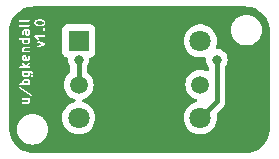
<source format=gtl>
G04 #@! TF.GenerationSoftware,KiCad,Pcbnew,7.0.7*
G04 #@! TF.CreationDate,2023-09-18T19:37:29-04:00*
G04 #@! TF.ProjectId,Nav Switch Mount,4e617620-5377-4697-9463-68204d6f756e,rev?*
G04 #@! TF.SameCoordinates,Original*
G04 #@! TF.FileFunction,Copper,L1,Top*
G04 #@! TF.FilePolarity,Positive*
%FSLAX46Y46*%
G04 Gerber Fmt 4.6, Leading zero omitted, Abs format (unit mm)*
G04 Created by KiCad (PCBNEW 7.0.7) date 2023-09-18 19:37:29*
%MOMM*%
%LPD*%
G01*
G04 APERTURE LIST*
%ADD10C,0.150000*%
G04 #@! TA.AperFunction,ComponentPad*
%ADD11R,1.800000X1.800000*%
G04 #@! TD*
G04 #@! TA.AperFunction,ComponentPad*
%ADD12C,1.508000*%
G04 #@! TD*
G04 #@! TA.AperFunction,ComponentPad*
%ADD13C,1.800000*%
G04 #@! TD*
G04 #@! TA.AperFunction,ViaPad*
%ADD14C,0.800000*%
G04 #@! TD*
G04 #@! TA.AperFunction,Conductor*
%ADD15C,0.400000*%
G04 #@! TD*
G04 APERTURE END LIST*
D10*
G36*
X149597677Y-52117468D02*
G01*
X149618561Y-52138351D01*
X149643295Y-52187819D01*
X149643295Y-52304791D01*
X149633848Y-52323686D01*
X149269409Y-52323686D01*
X149259961Y-52304790D01*
X149259961Y-52187820D01*
X149284696Y-52138350D01*
X149305579Y-52117467D01*
X149355047Y-52092734D01*
X149548209Y-52092734D01*
X149597677Y-52117468D01*
G37*
G36*
X149643295Y-51425914D02*
G01*
X149643295Y-51542886D01*
X149618561Y-51592353D01*
X149597676Y-51613237D01*
X149548208Y-51637972D01*
X149355048Y-51637972D01*
X149305578Y-51613236D01*
X149284695Y-51592353D01*
X149259961Y-51542885D01*
X149259961Y-51425915D01*
X149269409Y-51407019D01*
X149633847Y-51407019D01*
X149643295Y-51425914D01*
G37*
G36*
X149360142Y-50266543D02*
G01*
X149316953Y-50266543D01*
X149278957Y-50247544D01*
X149259961Y-50209551D01*
X149259961Y-50092581D01*
X149278958Y-50054586D01*
X149314224Y-50036953D01*
X149360142Y-50266543D01*
G37*
G36*
X149643295Y-48644961D02*
G01*
X149643295Y-48761933D01*
X149618561Y-48811400D01*
X149597676Y-48832284D01*
X149548208Y-48857019D01*
X149355048Y-48857019D01*
X149305578Y-48832283D01*
X149284695Y-48811400D01*
X149259961Y-48761932D01*
X149259961Y-48644962D01*
X149269409Y-48626066D01*
X149633847Y-48626066D01*
X149643295Y-48644961D01*
G37*
G36*
X149643295Y-47921151D02*
G01*
X149643295Y-48076217D01*
X149624298Y-48114211D01*
X149586304Y-48133209D01*
X149545524Y-48133209D01*
X149507529Y-48114211D01*
X149488533Y-48076218D01*
X149488533Y-47903447D01*
X149488100Y-47902256D01*
X149633847Y-47902256D01*
X149643295Y-47921151D01*
G37*
G36*
X150827738Y-47059924D02*
G01*
X150885677Y-47088894D01*
X150906561Y-47109777D01*
X150931295Y-47159245D01*
X150931295Y-47200026D01*
X150906561Y-47249494D01*
X150885677Y-47270377D01*
X150827737Y-47299347D01*
X150692298Y-47333208D01*
X150520292Y-47333208D01*
X150384850Y-47299347D01*
X150326911Y-47270377D01*
X150306029Y-47249495D01*
X150281295Y-47200026D01*
X150281295Y-47159245D01*
X150306029Y-47109776D01*
X150326911Y-47088894D01*
X150384851Y-47059924D01*
X150520291Y-47026065D01*
X150692299Y-47026065D01*
X150827738Y-47059924D01*
G37*
G36*
X151195581Y-54149877D02*
G01*
X148691069Y-54149877D01*
X148691069Y-53947567D01*
X149111100Y-53947567D01*
X149120009Y-53998091D01*
X149159309Y-54031068D01*
X149184961Y-54035591D01*
X149604009Y-54035591D01*
X149608221Y-54034057D01*
X149612583Y-54035100D01*
X149637550Y-54027673D01*
X149713741Y-53989578D01*
X149721460Y-53981424D01*
X149731765Y-53976958D01*
X149747282Y-53956037D01*
X149785377Y-53879847D01*
X149785889Y-53875393D01*
X149788772Y-53871958D01*
X149793295Y-53846306D01*
X149793295Y-53732020D01*
X149791761Y-53727807D01*
X149792804Y-53723446D01*
X149785377Y-53698479D01*
X149770377Y-53668478D01*
X149792156Y-53630758D01*
X149783247Y-53580234D01*
X149743947Y-53547257D01*
X149718295Y-53542734D01*
X149184961Y-53542734D01*
X149136752Y-53560281D01*
X149111100Y-53604710D01*
X149120009Y-53655234D01*
X149159309Y-53688211D01*
X149184961Y-53692734D01*
X149611039Y-53692734D01*
X149618561Y-53700256D01*
X149643295Y-53749724D01*
X149643295Y-53828600D01*
X149624298Y-53866594D01*
X149586304Y-53885591D01*
X149184961Y-53885591D01*
X149136752Y-53903138D01*
X149111100Y-53947567D01*
X148691069Y-53947567D01*
X148691069Y-52660526D01*
X148805355Y-52660526D01*
X148819763Y-52709764D01*
X148838597Y-52727757D01*
X149867168Y-53413470D01*
X149917014Y-53425612D01*
X149963002Y-53402874D01*
X149983615Y-53355894D01*
X149969208Y-53306655D01*
X149950373Y-53288663D01*
X148921803Y-52602949D01*
X148871957Y-52590808D01*
X148825968Y-52613546D01*
X148805355Y-52660526D01*
X148691069Y-52660526D01*
X148691069Y-52385662D01*
X148844434Y-52385662D01*
X148853343Y-52436186D01*
X148892643Y-52469163D01*
X148918295Y-52473686D01*
X149718295Y-52473686D01*
X149766504Y-52456139D01*
X149792156Y-52411710D01*
X149783247Y-52361186D01*
X149782933Y-52360923D01*
X149785377Y-52356037D01*
X149785889Y-52351583D01*
X149788772Y-52348148D01*
X149793295Y-52322496D01*
X149793295Y-52170115D01*
X149791761Y-52165902D01*
X149792804Y-52161541D01*
X149785377Y-52136574D01*
X149747282Y-52060383D01*
X149746094Y-52059258D01*
X149733232Y-52040890D01*
X149695136Y-52002795D01*
X149693653Y-52002103D01*
X149675645Y-51988747D01*
X149599455Y-51950652D01*
X149595001Y-51950139D01*
X149591566Y-51947257D01*
X149565914Y-51942734D01*
X149337342Y-51942734D01*
X149333128Y-51944267D01*
X149328768Y-51943226D01*
X149303801Y-51950652D01*
X149227611Y-51988747D01*
X149226485Y-51989936D01*
X149208119Y-52002796D01*
X149170024Y-52040891D01*
X149169331Y-52042375D01*
X149155975Y-52060383D01*
X149117879Y-52136574D01*
X149117366Y-52141027D01*
X149114484Y-52144463D01*
X149109961Y-52170115D01*
X149109961Y-52322496D01*
X149110394Y-52323686D01*
X148918295Y-52323686D01*
X148870086Y-52341233D01*
X148844434Y-52385662D01*
X148691069Y-52385662D01*
X148691069Y-51560591D01*
X149109961Y-51560591D01*
X149111494Y-51564804D01*
X149110453Y-51569166D01*
X149117879Y-51594133D01*
X149155975Y-51670322D01*
X149157164Y-51671447D01*
X149170024Y-51689814D01*
X149208119Y-51727909D01*
X149209601Y-51728600D01*
X149227610Y-51741958D01*
X149303800Y-51780053D01*
X149308253Y-51780565D01*
X149311690Y-51783449D01*
X149337342Y-51787972D01*
X149565914Y-51787972D01*
X149570127Y-51786438D01*
X149574489Y-51787480D01*
X149599456Y-51780054D01*
X149675645Y-51741958D01*
X149676770Y-51740769D01*
X149695136Y-51727910D01*
X149733232Y-51689815D01*
X149733922Y-51688333D01*
X149747282Y-51670322D01*
X149785377Y-51594132D01*
X149785889Y-51589678D01*
X149788772Y-51586243D01*
X149793295Y-51560591D01*
X149793295Y-51408210D01*
X149792862Y-51407019D01*
X149814875Y-51407019D01*
X149864343Y-51431752D01*
X149885226Y-51452636D01*
X149909961Y-51502104D01*
X149909961Y-51580980D01*
X149879784Y-51641335D01*
X149873919Y-51692302D01*
X149902185Y-51735115D01*
X149951360Y-51749741D01*
X149998431Y-51729338D01*
X150013948Y-51708417D01*
X150052043Y-51632227D01*
X150052555Y-51627773D01*
X150055438Y-51624338D01*
X150059961Y-51598686D01*
X150059961Y-51484400D01*
X150058427Y-51480186D01*
X150059469Y-51475826D01*
X150052043Y-51450859D01*
X150013948Y-51374669D01*
X150012759Y-51373543D01*
X149999900Y-51355178D01*
X149961805Y-51317082D01*
X149960323Y-51316391D01*
X149942312Y-51303032D01*
X149866121Y-51264937D01*
X149861667Y-51264424D01*
X149858232Y-51261542D01*
X149832580Y-51257019D01*
X149184961Y-51257019D01*
X149136752Y-51274566D01*
X149111100Y-51318995D01*
X149120009Y-51369519D01*
X149120322Y-51369782D01*
X149117879Y-51374669D01*
X149117366Y-51379122D01*
X149114484Y-51382558D01*
X149109961Y-51408210D01*
X149109961Y-51560591D01*
X148691069Y-51560591D01*
X148691069Y-50938042D01*
X148844434Y-50938042D01*
X148853343Y-50988566D01*
X148892643Y-51021543D01*
X148918295Y-51026066D01*
X149718295Y-51026066D01*
X149766504Y-51008519D01*
X149792156Y-50964090D01*
X149783247Y-50913566D01*
X149743947Y-50880589D01*
X149718295Y-50876066D01*
X149536946Y-50876066D01*
X149763295Y-50706304D01*
X149791334Y-50663341D01*
X149785198Y-50612406D01*
X149747757Y-50577333D01*
X149696530Y-50574531D01*
X149673295Y-50586304D01*
X149420570Y-50775847D01*
X149237994Y-50593271D01*
X149191497Y-50571590D01*
X149141943Y-50584867D01*
X149112516Y-50626893D01*
X149116988Y-50678000D01*
X149131928Y-50699337D01*
X149308657Y-50876066D01*
X148918295Y-50876066D01*
X148870086Y-50893613D01*
X148844434Y-50938042D01*
X148691069Y-50938042D01*
X148691069Y-50227257D01*
X149109961Y-50227257D01*
X149111494Y-50231470D01*
X149110453Y-50235832D01*
X149117879Y-50260799D01*
X149155975Y-50336988D01*
X149164127Y-50344706D01*
X149168594Y-50355011D01*
X149189515Y-50370529D01*
X149265705Y-50408624D01*
X149270158Y-50409136D01*
X149273595Y-50412020D01*
X149299247Y-50416543D01*
X149604009Y-50416543D01*
X149608222Y-50415009D01*
X149612584Y-50416051D01*
X149637550Y-50408625D01*
X149713741Y-50370529D01*
X149721460Y-50362375D01*
X149731765Y-50357909D01*
X149747282Y-50336988D01*
X149785377Y-50260798D01*
X149785889Y-50256344D01*
X149788772Y-50252909D01*
X149793295Y-50227257D01*
X149793295Y-50074876D01*
X149791761Y-50070663D01*
X149792804Y-50066302D01*
X149785377Y-50041335D01*
X149747282Y-49965144D01*
X149710028Y-49929872D01*
X149658818Y-49926797D01*
X149617612Y-49957360D01*
X149605691Y-50007259D01*
X149613118Y-50032226D01*
X149643295Y-50092580D01*
X149643295Y-50209551D01*
X149624298Y-50247545D01*
X149586304Y-50266543D01*
X149513114Y-50266543D01*
X149448982Y-49945881D01*
X149442541Y-49935293D01*
X149440390Y-49923090D01*
X149429623Y-49914056D01*
X149422321Y-49902050D01*
X149410583Y-49898079D01*
X149401090Y-49890113D01*
X149375438Y-49885590D01*
X149299247Y-49885590D01*
X149295033Y-49887123D01*
X149290673Y-49886082D01*
X149265706Y-49893508D01*
X149189516Y-49931603D01*
X149181795Y-49939757D01*
X149171493Y-49944223D01*
X149155975Y-49965144D01*
X149117879Y-50041335D01*
X149117366Y-50045788D01*
X149114484Y-50049224D01*
X149109961Y-50074876D01*
X149109961Y-50227257D01*
X148691069Y-50227257D01*
X148691069Y-49503448D01*
X149109961Y-49503448D01*
X149111494Y-49507661D01*
X149110453Y-49512023D01*
X149117879Y-49536990D01*
X149132878Y-49566988D01*
X149111100Y-49604709D01*
X149120009Y-49655233D01*
X149159309Y-49688210D01*
X149184961Y-49692733D01*
X149718295Y-49692733D01*
X149766504Y-49675186D01*
X149792156Y-49630757D01*
X149783247Y-49580233D01*
X149743947Y-49547256D01*
X149718295Y-49542733D01*
X149292218Y-49542733D01*
X149284695Y-49535210D01*
X149259961Y-49485742D01*
X149259961Y-49406867D01*
X149278958Y-49368872D01*
X149316952Y-49349876D01*
X149718295Y-49349876D01*
X149766504Y-49332329D01*
X149792156Y-49287900D01*
X149783247Y-49237376D01*
X149752125Y-49211261D01*
X150399023Y-49211261D01*
X150424406Y-49255845D01*
X150472507Y-49273683D01*
X150498186Y-49269315D01*
X151031520Y-49078839D01*
X151031891Y-49078530D01*
X151032372Y-49078528D01*
X151051573Y-49062217D01*
X151071019Y-49046100D01*
X151071105Y-49045626D01*
X151071472Y-49045315D01*
X151075696Y-49020481D01*
X151080233Y-48995631D01*
X151079994Y-48995211D01*
X151080075Y-48994738D01*
X151067327Y-48972963D01*
X151054850Y-48951047D01*
X151054399Y-48950879D01*
X151054156Y-48950464D01*
X151031520Y-48937577D01*
X150498186Y-48747100D01*
X150446884Y-48747411D01*
X150407783Y-48780624D01*
X150399180Y-48831201D01*
X150425099Y-48875474D01*
X150447736Y-48888362D01*
X150783302Y-49008207D01*
X150447736Y-49128053D01*
X150408237Y-49160792D01*
X150399023Y-49211261D01*
X149752125Y-49211261D01*
X149743947Y-49204399D01*
X149718295Y-49199876D01*
X149299247Y-49199876D01*
X149295033Y-49201409D01*
X149290673Y-49200368D01*
X149265706Y-49207794D01*
X149189516Y-49245889D01*
X149181795Y-49254043D01*
X149171493Y-49258509D01*
X149155975Y-49279430D01*
X149117879Y-49355621D01*
X149117366Y-49360074D01*
X149114484Y-49363510D01*
X149109961Y-49389162D01*
X149109961Y-49503448D01*
X148691069Y-49503448D01*
X148691069Y-48538042D01*
X148844434Y-48538042D01*
X148853343Y-48588566D01*
X148892643Y-48621543D01*
X148918295Y-48626066D01*
X149110171Y-48626066D01*
X149109961Y-48627257D01*
X149109961Y-48779638D01*
X149111494Y-48783851D01*
X149110453Y-48788213D01*
X149117879Y-48813180D01*
X149155975Y-48889369D01*
X149157164Y-48890494D01*
X149170024Y-48908861D01*
X149208119Y-48946956D01*
X149209601Y-48947647D01*
X149227610Y-48961005D01*
X149303800Y-48999100D01*
X149308253Y-48999612D01*
X149311690Y-49002496D01*
X149337342Y-49007019D01*
X149565914Y-49007019D01*
X149570127Y-49005485D01*
X149574489Y-49006527D01*
X149599456Y-48999101D01*
X149675645Y-48961005D01*
X149676770Y-48959816D01*
X149695136Y-48946957D01*
X149733232Y-48908862D01*
X149733922Y-48907380D01*
X149747282Y-48889369D01*
X149785377Y-48813179D01*
X149785889Y-48808725D01*
X149788772Y-48805290D01*
X149793295Y-48779638D01*
X149793295Y-48627257D01*
X149791761Y-48623044D01*
X149792804Y-48618683D01*
X149785377Y-48593716D01*
X149780584Y-48584131D01*
X149792156Y-48564090D01*
X149783247Y-48513566D01*
X149743947Y-48480589D01*
X149718295Y-48476066D01*
X148918295Y-48476066D01*
X148870086Y-48493613D01*
X148844434Y-48538042D01*
X148691069Y-48538042D01*
X148691069Y-48317666D01*
X150131450Y-48317666D01*
X150137563Y-48338560D01*
X150141343Y-48359993D01*
X150144645Y-48362764D01*
X150145857Y-48366904D01*
X150164692Y-48384897D01*
X150272800Y-48456969D01*
X150335131Y-48519301D01*
X150367784Y-48584606D01*
X150405038Y-48619878D01*
X150456248Y-48622953D01*
X150497454Y-48592390D01*
X150509375Y-48542491D01*
X150501948Y-48517524D01*
X150463853Y-48441333D01*
X150462666Y-48440209D01*
X150449804Y-48421841D01*
X150425456Y-48397493D01*
X150931295Y-48397493D01*
X150931295Y-48551065D01*
X150948842Y-48599274D01*
X150993271Y-48624926D01*
X151043795Y-48616017D01*
X151076772Y-48576717D01*
X151081295Y-48551065D01*
X151081295Y-48093922D01*
X151063748Y-48045713D01*
X151019319Y-48020061D01*
X150968795Y-48028970D01*
X150935818Y-48068270D01*
X150931295Y-48093922D01*
X150931295Y-48247493D01*
X150206295Y-48247493D01*
X150202241Y-48248968D01*
X150198052Y-48247948D01*
X150178538Y-48257595D01*
X150158086Y-48265040D01*
X150155930Y-48268773D01*
X150152064Y-48270685D01*
X150143317Y-48290618D01*
X150132434Y-48309469D01*
X150133182Y-48313716D01*
X150131450Y-48317666D01*
X148691069Y-48317666D01*
X148691069Y-48093923D01*
X149109961Y-48093923D01*
X149111494Y-48098136D01*
X149110453Y-48102498D01*
X149117879Y-48127465D01*
X149155975Y-48203654D01*
X149193230Y-48238926D01*
X149244440Y-48242000D01*
X149285646Y-48211436D01*
X149297565Y-48161537D01*
X149290138Y-48136571D01*
X149259961Y-48076217D01*
X149259961Y-47959247D01*
X149278958Y-47921252D01*
X149316952Y-47902256D01*
X149329085Y-47902256D01*
X149338533Y-47921151D01*
X149338533Y-48093923D01*
X149340066Y-48098136D01*
X149339025Y-48102497D01*
X149346451Y-48127464D01*
X149384546Y-48203654D01*
X149392700Y-48211374D01*
X149397166Y-48221677D01*
X149418087Y-48237195D01*
X149494277Y-48275291D01*
X149498731Y-48275803D01*
X149502167Y-48278686D01*
X149527819Y-48283209D01*
X149604009Y-48283209D01*
X149608222Y-48281675D01*
X149612584Y-48282717D01*
X149637550Y-48275291D01*
X149713741Y-48237195D01*
X149721460Y-48229041D01*
X149731765Y-48224575D01*
X149747282Y-48203654D01*
X149785377Y-48127464D01*
X149785889Y-48123010D01*
X149788772Y-48119575D01*
X149793295Y-48093923D01*
X149793295Y-47903447D01*
X149791761Y-47899234D01*
X149792804Y-47894873D01*
X149785377Y-47869906D01*
X149780584Y-47860321D01*
X149792156Y-47840280D01*
X149783247Y-47789756D01*
X149743947Y-47756779D01*
X149718295Y-47752256D01*
X149299247Y-47752256D01*
X149295033Y-47753789D01*
X149290673Y-47752748D01*
X149265706Y-47760174D01*
X149189516Y-47798269D01*
X149181795Y-47806423D01*
X149171493Y-47810889D01*
X149155975Y-47831810D01*
X149117879Y-47908001D01*
X149117366Y-47912454D01*
X149114484Y-47915890D01*
X149109961Y-47941542D01*
X149109961Y-48093923D01*
X148691069Y-48093923D01*
X148691069Y-47744527D01*
X150855390Y-47744527D01*
X150860432Y-47763348D01*
X150862131Y-47782760D01*
X150864800Y-47786573D01*
X150865152Y-47788564D01*
X150867680Y-47790685D01*
X150867803Y-47790861D01*
X150868666Y-47794081D01*
X150871396Y-47795993D01*
X150877071Y-47804097D01*
X150915167Y-47842193D01*
X150932823Y-47850426D01*
X150948789Y-47861605D01*
X150955532Y-47861014D01*
X150961664Y-47863874D01*
X150980483Y-47858831D01*
X150999897Y-47857133D01*
X151007999Y-47851459D01*
X151011218Y-47850597D01*
X151013129Y-47847867D01*
X151021234Y-47842192D01*
X151059329Y-47804096D01*
X151067563Y-47786435D01*
X151078739Y-47770475D01*
X151078440Y-47767059D01*
X151080156Y-47764088D01*
X151079559Y-47760707D01*
X151081009Y-47757600D01*
X151075966Y-47738779D01*
X151074268Y-47719368D01*
X151071598Y-47715554D01*
X151071247Y-47713564D01*
X151068718Y-47711442D01*
X151068593Y-47711263D01*
X151067731Y-47708045D01*
X151065001Y-47706133D01*
X151059328Y-47698031D01*
X151021233Y-47659936D01*
X151003573Y-47651701D01*
X150987612Y-47640525D01*
X150980869Y-47641114D01*
X150974736Y-47638255D01*
X150955917Y-47643297D01*
X150936505Y-47644995D01*
X150928400Y-47650669D01*
X150925182Y-47651532D01*
X150923270Y-47654261D01*
X150915168Y-47659935D01*
X150877072Y-47698030D01*
X150868838Y-47715687D01*
X150857659Y-47731653D01*
X150857957Y-47735069D01*
X150856243Y-47738040D01*
X150856838Y-47741419D01*
X150855390Y-47744527D01*
X148691069Y-47744527D01*
X148691069Y-47433279D01*
X148844434Y-47433279D01*
X148853343Y-47483803D01*
X148892643Y-47516780D01*
X148918295Y-47521303D01*
X149604009Y-47521303D01*
X149608221Y-47519769D01*
X149612583Y-47520812D01*
X149637550Y-47513385D01*
X149713741Y-47475290D01*
X149721460Y-47467136D01*
X149731765Y-47462670D01*
X149747282Y-47441749D01*
X149785377Y-47365559D01*
X149791242Y-47314592D01*
X149762976Y-47271779D01*
X149713801Y-47257153D01*
X149666730Y-47277556D01*
X149651213Y-47298477D01*
X149624298Y-47352306D01*
X149586304Y-47371303D01*
X148918295Y-47371303D01*
X148870086Y-47388850D01*
X148844434Y-47433279D01*
X148691069Y-47433279D01*
X148691069Y-47217731D01*
X150131295Y-47217731D01*
X150132828Y-47221943D01*
X150131786Y-47226305D01*
X150139213Y-47251272D01*
X150177308Y-47327463D01*
X150178497Y-47328588D01*
X150191357Y-47346955D01*
X150229452Y-47385050D01*
X150230933Y-47385741D01*
X150248944Y-47399099D01*
X150325135Y-47437194D01*
X150328661Y-47437599D01*
X150340485Y-47442873D01*
X150492867Y-47480969D01*
X150496315Y-47480608D01*
X150511057Y-47483208D01*
X150701533Y-47483208D01*
X150704790Y-47482022D01*
X150719724Y-47480969D01*
X150872105Y-47442873D01*
X150875050Y-47440883D01*
X150887455Y-47437194D01*
X150963645Y-47399099D01*
X150964770Y-47397910D01*
X150983136Y-47385051D01*
X151021232Y-47346956D01*
X151021922Y-47345474D01*
X151035282Y-47327463D01*
X151073377Y-47251272D01*
X151073889Y-47246818D01*
X151076772Y-47243383D01*
X151081295Y-47217731D01*
X151081295Y-47141541D01*
X151079761Y-47137328D01*
X151080804Y-47132967D01*
X151073377Y-47108000D01*
X151035282Y-47031809D01*
X151034094Y-47030684D01*
X151021232Y-47012316D01*
X150983136Y-46974221D01*
X150981653Y-46973529D01*
X150963645Y-46960173D01*
X150887455Y-46922078D01*
X150883926Y-46921671D01*
X150872104Y-46916399D01*
X150719723Y-46878304D01*
X150716274Y-46878664D01*
X150701533Y-46876065D01*
X150511057Y-46876065D01*
X150507799Y-46877250D01*
X150492867Y-46878304D01*
X150340486Y-46916399D01*
X150337542Y-46918387D01*
X150325135Y-46922078D01*
X150248944Y-46960173D01*
X150247818Y-46961362D01*
X150229452Y-46974222D01*
X150191357Y-47012317D01*
X150190666Y-47013798D01*
X150177308Y-47031809D01*
X150139213Y-47108000D01*
X150138700Y-47112453D01*
X150135818Y-47115889D01*
X150131295Y-47141541D01*
X150131295Y-47217731D01*
X148691069Y-47217731D01*
X148691069Y-47014231D01*
X148844434Y-47014231D01*
X148853343Y-47064755D01*
X148892643Y-47097732D01*
X148918295Y-47102255D01*
X149604009Y-47102255D01*
X149608221Y-47100721D01*
X149612583Y-47101764D01*
X149637550Y-47094337D01*
X149713741Y-47056242D01*
X149721460Y-47048088D01*
X149731765Y-47043622D01*
X149747282Y-47022701D01*
X149785377Y-46946511D01*
X149791242Y-46895544D01*
X149762976Y-46852731D01*
X149713801Y-46838105D01*
X149666730Y-46858508D01*
X149651213Y-46879429D01*
X149624298Y-46933258D01*
X149586304Y-46952255D01*
X148918295Y-46952255D01*
X148870086Y-46969802D01*
X148844434Y-47014231D01*
X148691069Y-47014231D01*
X148691069Y-46723819D01*
X151195581Y-46723819D01*
X151195581Y-54149877D01*
G37*
D11*
X153900000Y-48725000D03*
D12*
X153900000Y-52425000D03*
D13*
X153900000Y-55225000D03*
X164200000Y-55225000D03*
D12*
X164200000Y-52425000D03*
D13*
X164200000Y-48725000D03*
D14*
X153900000Y-50300000D03*
X165600000Y-50300000D03*
D15*
X153900000Y-52425000D02*
X153900000Y-50300000D01*
X165600000Y-50300000D02*
X165600000Y-53825000D01*
X165600000Y-53825000D02*
X164200000Y-55225000D01*
G04 #@! TA.AperFunction,NonConductor*
G36*
X168002025Y-45800632D02*
G01*
X168269993Y-45818196D01*
X168278022Y-45819254D01*
X168539405Y-45871246D01*
X168547231Y-45873342D01*
X168799588Y-45959006D01*
X168807082Y-45962109D01*
X169046107Y-46079983D01*
X169053129Y-46084038D01*
X169274717Y-46232098D01*
X169281145Y-46237030D01*
X169481512Y-46412746D01*
X169487251Y-46418485D01*
X169662967Y-46618852D01*
X169667903Y-46625284D01*
X169741932Y-46736077D01*
X169815960Y-46846868D01*
X169820019Y-46853898D01*
X169937887Y-47092910D01*
X169940993Y-47100411D01*
X169956899Y-47147267D01*
X170017061Y-47324500D01*
X170026653Y-47352755D01*
X170028754Y-47360598D01*
X170080744Y-47621970D01*
X170081804Y-47630019D01*
X170096999Y-47861847D01*
X170099367Y-47897964D01*
X170099500Y-47902021D01*
X170099500Y-56097977D01*
X170099367Y-56102024D01*
X170090379Y-56239155D01*
X170081804Y-56369980D01*
X170080744Y-56378029D01*
X170028754Y-56639401D01*
X170026653Y-56647244D01*
X169940993Y-56899588D01*
X169937887Y-56907089D01*
X169820019Y-57146101D01*
X169815960Y-57153131D01*
X169667905Y-57374712D01*
X169662963Y-57381153D01*
X169487253Y-57581512D01*
X169481512Y-57587253D01*
X169281153Y-57762963D01*
X169274712Y-57767905D01*
X169053131Y-57915960D01*
X169046101Y-57920019D01*
X168807089Y-58037887D01*
X168799588Y-58040993D01*
X168547244Y-58126653D01*
X168539401Y-58128754D01*
X168278029Y-58180744D01*
X168269980Y-58181804D01*
X168199684Y-58186411D01*
X168002024Y-58199367D01*
X167997977Y-58199500D01*
X150102023Y-58199500D01*
X150097975Y-58199367D01*
X149864991Y-58184096D01*
X149830019Y-58181804D01*
X149821970Y-58180744D01*
X149560598Y-58128754D01*
X149552758Y-58126653D01*
X149392705Y-58072323D01*
X149300411Y-58040993D01*
X149292910Y-58037887D01*
X149053898Y-57920019D01*
X149046868Y-57915960D01*
X148825287Y-57767905D01*
X148818852Y-57762967D01*
X148618485Y-57587251D01*
X148612746Y-57581512D01*
X148559990Y-57521355D01*
X148437030Y-57381145D01*
X148432098Y-57374717D01*
X148284038Y-57153129D01*
X148279983Y-57146107D01*
X148162109Y-56907082D01*
X148159006Y-56899588D01*
X148143101Y-56852734D01*
X148073342Y-56647231D01*
X148071245Y-56639401D01*
X148045891Y-56511936D01*
X148019254Y-56378022D01*
X148018196Y-56369993D01*
X148007054Y-56200001D01*
X148694532Y-56200001D01*
X148714364Y-56426686D01*
X148714366Y-56426697D01*
X148773258Y-56646488D01*
X148773261Y-56646497D01*
X148869431Y-56852732D01*
X148869432Y-56852734D01*
X148999954Y-57039141D01*
X149160858Y-57200045D01*
X149160861Y-57200047D01*
X149347266Y-57330568D01*
X149553504Y-57426739D01*
X149773308Y-57485635D01*
X149943216Y-57500500D01*
X150056784Y-57500500D01*
X150226692Y-57485635D01*
X150446496Y-57426739D01*
X150652734Y-57330568D01*
X150839139Y-57200047D01*
X151000047Y-57039139D01*
X151130568Y-56852734D01*
X151226739Y-56646496D01*
X151285635Y-56426692D01*
X151305468Y-56200000D01*
X151285635Y-55973308D01*
X151226739Y-55753504D01*
X151130568Y-55547266D01*
X151000047Y-55360861D01*
X151000045Y-55360858D01*
X150864193Y-55225006D01*
X152494700Y-55225006D01*
X152513864Y-55456297D01*
X152513866Y-55456308D01*
X152570842Y-55681300D01*
X152664075Y-55893848D01*
X152791016Y-56088147D01*
X152791019Y-56088151D01*
X152791021Y-56088153D01*
X152948216Y-56258913D01*
X152948219Y-56258915D01*
X152948222Y-56258918D01*
X153131365Y-56401464D01*
X153131371Y-56401468D01*
X153131374Y-56401470D01*
X153335497Y-56511936D01*
X153449487Y-56551068D01*
X153555015Y-56587297D01*
X153555017Y-56587297D01*
X153555019Y-56587298D01*
X153783951Y-56625500D01*
X153783952Y-56625500D01*
X154016048Y-56625500D01*
X154016049Y-56625500D01*
X154244981Y-56587298D01*
X154464503Y-56511936D01*
X154668626Y-56401470D01*
X154851784Y-56258913D01*
X155008979Y-56088153D01*
X155135924Y-55893849D01*
X155229157Y-55681300D01*
X155286134Y-55456305D01*
X155305300Y-55225006D01*
X162794700Y-55225006D01*
X162813864Y-55456297D01*
X162813866Y-55456308D01*
X162870842Y-55681300D01*
X162964075Y-55893848D01*
X163091016Y-56088147D01*
X163091019Y-56088151D01*
X163091021Y-56088153D01*
X163248216Y-56258913D01*
X163248219Y-56258915D01*
X163248222Y-56258918D01*
X163431365Y-56401464D01*
X163431371Y-56401468D01*
X163431374Y-56401470D01*
X163635497Y-56511936D01*
X163749487Y-56551068D01*
X163855015Y-56587297D01*
X163855017Y-56587297D01*
X163855019Y-56587298D01*
X164083951Y-56625500D01*
X164083952Y-56625500D01*
X164316048Y-56625500D01*
X164316049Y-56625500D01*
X164544981Y-56587298D01*
X164764503Y-56511936D01*
X164968626Y-56401470D01*
X165151784Y-56258913D01*
X165308979Y-56088153D01*
X165435924Y-55893849D01*
X165529157Y-55681300D01*
X165586134Y-55456305D01*
X165605300Y-55225000D01*
X165605300Y-55224993D01*
X165586135Y-54993702D01*
X165586131Y-54993682D01*
X165570257Y-54930996D01*
X165572881Y-54861175D01*
X165602779Y-54812876D01*
X166079056Y-54336599D01*
X166081748Y-54334065D01*
X166128183Y-54292929D01*
X166163421Y-54241876D01*
X166165613Y-54238896D01*
X166203878Y-54190057D01*
X166208034Y-54180821D01*
X166219062Y-54161266D01*
X166224818Y-54152930D01*
X166246809Y-54094942D01*
X166248229Y-54091512D01*
X166273695Y-54034932D01*
X166275521Y-54024961D01*
X166281552Y-54003331D01*
X166285140Y-53993871D01*
X166285140Y-53993868D01*
X166292613Y-53932325D01*
X166293177Y-53928621D01*
X166297447Y-53905314D01*
X166304358Y-53867606D01*
X166300613Y-53805696D01*
X166300500Y-53801951D01*
X166300500Y-50915391D01*
X166320185Y-50848352D01*
X166332352Y-50832417D01*
X166332533Y-50832216D01*
X166427179Y-50668284D01*
X166485674Y-50488256D01*
X166505460Y-50300000D01*
X166485674Y-50111744D01*
X166427179Y-49931716D01*
X166332533Y-49767784D01*
X166205871Y-49627112D01*
X166205870Y-49627111D01*
X166052734Y-49515851D01*
X166052729Y-49515848D01*
X165879807Y-49438857D01*
X165879802Y-49438855D01*
X165734000Y-49407865D01*
X165694646Y-49399500D01*
X165623242Y-49399500D01*
X165556203Y-49379815D01*
X165510448Y-49327011D01*
X165500504Y-49257853D01*
X165509686Y-49225690D01*
X165529157Y-49181300D01*
X165529157Y-49181299D01*
X165586134Y-48956305D01*
X165605300Y-48725000D01*
X165605300Y-48724993D01*
X165586135Y-48493702D01*
X165586133Y-48493691D01*
X165529157Y-48268699D01*
X165435924Y-48056151D01*
X165308983Y-47861852D01*
X165308980Y-47861849D01*
X165308979Y-47861847D01*
X165252046Y-47800001D01*
X166794532Y-47800001D01*
X166814364Y-48026686D01*
X166814366Y-48026697D01*
X166873258Y-48246488D01*
X166873261Y-48246497D01*
X166969431Y-48452732D01*
X166969432Y-48452734D01*
X167099954Y-48639141D01*
X167260858Y-48800045D01*
X167260861Y-48800047D01*
X167447266Y-48930568D01*
X167653504Y-49026739D01*
X167873308Y-49085635D01*
X168043216Y-49100500D01*
X168156784Y-49100500D01*
X168326692Y-49085635D01*
X168546496Y-49026739D01*
X168752734Y-48930568D01*
X168939139Y-48800047D01*
X169100047Y-48639139D01*
X169230568Y-48452734D01*
X169326739Y-48246496D01*
X169385635Y-48026692D01*
X169405468Y-47800000D01*
X169385635Y-47573308D01*
X169326739Y-47353504D01*
X169230568Y-47147266D01*
X169100047Y-46960861D01*
X169100045Y-46960858D01*
X168939141Y-46799954D01*
X168752734Y-46669432D01*
X168752732Y-46669431D01*
X168546497Y-46573261D01*
X168546488Y-46573258D01*
X168326697Y-46514366D01*
X168326687Y-46514364D01*
X168156784Y-46499500D01*
X168043216Y-46499500D01*
X167873312Y-46514364D01*
X167873302Y-46514366D01*
X167653511Y-46573258D01*
X167653502Y-46573261D01*
X167447267Y-46669431D01*
X167447265Y-46669432D01*
X167260858Y-46799954D01*
X167099954Y-46960858D01*
X166969432Y-47147265D01*
X166969431Y-47147267D01*
X166873261Y-47353502D01*
X166873258Y-47353511D01*
X166814366Y-47573302D01*
X166814364Y-47573313D01*
X166794532Y-47799998D01*
X166794532Y-47800001D01*
X165252046Y-47800001D01*
X165151784Y-47691087D01*
X165151779Y-47691083D01*
X165151777Y-47691081D01*
X164968634Y-47548535D01*
X164968628Y-47548531D01*
X164764504Y-47438064D01*
X164764495Y-47438061D01*
X164544984Y-47362702D01*
X164354450Y-47330908D01*
X164316049Y-47324500D01*
X164083951Y-47324500D01*
X164045550Y-47330908D01*
X163855015Y-47362702D01*
X163635504Y-47438061D01*
X163635495Y-47438064D01*
X163431371Y-47548531D01*
X163431365Y-47548535D01*
X163248222Y-47691081D01*
X163248219Y-47691084D01*
X163248216Y-47691086D01*
X163248216Y-47691087D01*
X163223886Y-47717517D01*
X163091016Y-47861852D01*
X162964075Y-48056151D01*
X162870842Y-48268699D01*
X162813866Y-48493691D01*
X162813864Y-48493702D01*
X162794700Y-48724993D01*
X162794700Y-48725006D01*
X162813864Y-48956297D01*
X162813866Y-48956308D01*
X162870842Y-49181300D01*
X162964075Y-49393848D01*
X163091016Y-49588147D01*
X163091019Y-49588151D01*
X163091021Y-49588153D01*
X163248216Y-49758913D01*
X163248219Y-49758915D01*
X163248222Y-49758918D01*
X163431365Y-49901464D01*
X163431371Y-49901468D01*
X163431374Y-49901470D01*
X163635497Y-50011936D01*
X163749487Y-50051068D01*
X163855015Y-50087297D01*
X163855017Y-50087297D01*
X163855019Y-50087298D01*
X164083951Y-50125500D01*
X164083952Y-50125500D01*
X164316048Y-50125500D01*
X164316049Y-50125500D01*
X164544981Y-50087298D01*
X164544995Y-50087293D01*
X164549244Y-50086218D01*
X164619065Y-50088839D01*
X164676385Y-50128791D01*
X164703005Y-50193391D01*
X164703012Y-50219382D01*
X164694540Y-50300000D01*
X164714326Y-50488256D01*
X164714327Y-50488259D01*
X164772818Y-50668277D01*
X164772821Y-50668284D01*
X164867466Y-50832215D01*
X164867648Y-50832417D01*
X164867716Y-50832559D01*
X164871285Y-50837471D01*
X164870386Y-50838123D01*
X164897879Y-50895408D01*
X164899500Y-50915391D01*
X164899500Y-51172354D01*
X164879815Y-51239393D01*
X164827011Y-51285148D01*
X164757853Y-51295092D01*
X164723096Y-51284736D01*
X164630708Y-51241655D01*
X164630706Y-51241654D01*
X164630703Y-51241653D01*
X164479885Y-51201240D01*
X164418675Y-51184839D01*
X164418668Y-51184838D01*
X164200002Y-51165708D01*
X164199998Y-51165708D01*
X163981331Y-51184838D01*
X163981324Y-51184839D01*
X163858902Y-51217642D01*
X163769297Y-51241653D01*
X163769295Y-51241653D01*
X163769291Y-51241655D01*
X163570357Y-51334419D01*
X163570349Y-51334423D01*
X163390547Y-51460322D01*
X163390541Y-51460327D01*
X163235327Y-51615541D01*
X163235322Y-51615547D01*
X163109423Y-51795349D01*
X163109419Y-51795357D01*
X163016655Y-51994291D01*
X162959839Y-52206324D01*
X162959838Y-52206331D01*
X162940708Y-52424997D01*
X162940708Y-52425000D01*
X162959839Y-52643674D01*
X163016653Y-52855703D01*
X163016654Y-52855706D01*
X163016655Y-52855708D01*
X163109419Y-53054642D01*
X163109423Y-53054650D01*
X163235322Y-53234452D01*
X163235327Y-53234458D01*
X163390541Y-53389672D01*
X163390547Y-53389677D01*
X163570349Y-53515576D01*
X163570351Y-53515577D01*
X163570354Y-53515579D01*
X163679001Y-53566241D01*
X163769292Y-53608345D01*
X163769293Y-53608345D01*
X163769297Y-53608347D01*
X163841156Y-53627601D01*
X163900814Y-53663965D01*
X163931343Y-53726812D01*
X163923048Y-53796187D01*
X163878563Y-53850065D01*
X163849323Y-53864656D01*
X163635504Y-53938061D01*
X163635495Y-53938064D01*
X163431371Y-54048531D01*
X163431365Y-54048535D01*
X163248222Y-54191081D01*
X163248219Y-54191084D01*
X163091016Y-54361852D01*
X162964075Y-54556151D01*
X162870842Y-54768699D01*
X162813866Y-54993691D01*
X162813864Y-54993702D01*
X162794700Y-55224993D01*
X162794700Y-55225006D01*
X155305300Y-55225006D01*
X155305300Y-55225000D01*
X155305300Y-55224993D01*
X155286135Y-54993702D01*
X155286133Y-54993691D01*
X155229157Y-54768699D01*
X155135924Y-54556151D01*
X155008983Y-54361852D01*
X155008980Y-54361849D01*
X155008979Y-54361847D01*
X154851784Y-54191087D01*
X154851779Y-54191083D01*
X154851777Y-54191081D01*
X154668634Y-54048535D01*
X154668628Y-54048531D01*
X154464504Y-53938064D01*
X154464495Y-53938061D01*
X154250676Y-53864656D01*
X154193661Y-53824270D01*
X154167530Y-53759471D01*
X154180582Y-53690831D01*
X154228670Y-53640143D01*
X154258836Y-53627603D01*
X154330703Y-53608347D01*
X154529646Y-53515579D01*
X154709457Y-53389674D01*
X154864674Y-53234457D01*
X154990579Y-53054646D01*
X155083347Y-52855703D01*
X155140161Y-52643674D01*
X155159292Y-52425000D01*
X155140161Y-52206326D01*
X155083347Y-51994297D01*
X154990579Y-51795354D01*
X154990577Y-51795351D01*
X154990576Y-51795349D01*
X154864677Y-51615547D01*
X154864672Y-51615541D01*
X154709460Y-51460329D01*
X154709458Y-51460327D01*
X154709457Y-51460326D01*
X154702492Y-51455449D01*
X154653375Y-51421056D01*
X154609751Y-51366478D01*
X154600500Y-51319482D01*
X154600500Y-50915391D01*
X154620185Y-50848352D01*
X154632352Y-50832417D01*
X154632533Y-50832216D01*
X154727179Y-50668284D01*
X154785674Y-50488256D01*
X154805460Y-50300000D01*
X154800728Y-50254983D01*
X154813297Y-50186257D01*
X154861028Y-50135233D01*
X154900252Y-50122233D01*
X154899932Y-50120876D01*
X154907479Y-50119092D01*
X154907481Y-50119091D01*
X154907483Y-50119091D01*
X155042331Y-50068796D01*
X155157546Y-49982546D01*
X155243796Y-49867331D01*
X155294091Y-49732483D01*
X155300500Y-49672873D01*
X155300499Y-47777128D01*
X155294091Y-47717517D01*
X155284233Y-47691087D01*
X155243797Y-47582671D01*
X155243793Y-47582664D01*
X155157547Y-47467455D01*
X155157544Y-47467452D01*
X155042335Y-47381206D01*
X155042328Y-47381202D01*
X154907482Y-47330908D01*
X154907483Y-47330908D01*
X154847883Y-47324501D01*
X154847881Y-47324500D01*
X154847873Y-47324500D01*
X154847864Y-47324500D01*
X152952129Y-47324500D01*
X152952123Y-47324501D01*
X152892516Y-47330908D01*
X152757671Y-47381202D01*
X152757664Y-47381206D01*
X152642455Y-47467452D01*
X152642452Y-47467455D01*
X152556206Y-47582664D01*
X152556202Y-47582671D01*
X152505908Y-47717517D01*
X152499501Y-47777116D01*
X152499501Y-47777123D01*
X152499500Y-47777135D01*
X152499500Y-49672870D01*
X152499501Y-49672876D01*
X152505908Y-49732483D01*
X152556202Y-49867328D01*
X152556206Y-49867335D01*
X152642452Y-49982544D01*
X152642455Y-49982547D01*
X152757664Y-50068793D01*
X152757671Y-50068797D01*
X152892517Y-50119091D01*
X152900062Y-50120874D01*
X152899554Y-50123022D01*
X152953753Y-50145470D01*
X152993603Y-50202861D01*
X152999271Y-50254984D01*
X152994540Y-50300000D01*
X153014326Y-50488256D01*
X153014327Y-50488259D01*
X153072818Y-50668277D01*
X153072821Y-50668284D01*
X153167466Y-50832215D01*
X153167648Y-50832417D01*
X153167716Y-50832559D01*
X153171285Y-50837471D01*
X153170386Y-50838123D01*
X153197879Y-50895408D01*
X153199500Y-50915391D01*
X153199500Y-51319482D01*
X153179815Y-51386521D01*
X153146625Y-51421056D01*
X153090545Y-51460324D01*
X153090539Y-51460329D01*
X152935327Y-51615541D01*
X152935322Y-51615547D01*
X152809423Y-51795349D01*
X152809419Y-51795357D01*
X152716655Y-51994291D01*
X152659839Y-52206324D01*
X152659838Y-52206331D01*
X152640708Y-52424997D01*
X152640708Y-52425000D01*
X152659839Y-52643674D01*
X152716653Y-52855703D01*
X152716654Y-52855706D01*
X152716655Y-52855708D01*
X152809419Y-53054642D01*
X152809423Y-53054650D01*
X152935322Y-53234452D01*
X152935327Y-53234458D01*
X153090541Y-53389672D01*
X153090547Y-53389677D01*
X153270349Y-53515576D01*
X153270351Y-53515577D01*
X153270354Y-53515579D01*
X153379001Y-53566241D01*
X153469292Y-53608345D01*
X153469293Y-53608345D01*
X153469297Y-53608347D01*
X153541156Y-53627601D01*
X153600814Y-53663965D01*
X153631343Y-53726812D01*
X153623048Y-53796187D01*
X153578563Y-53850065D01*
X153549323Y-53864656D01*
X153335504Y-53938061D01*
X153335495Y-53938064D01*
X153131371Y-54048531D01*
X153131365Y-54048535D01*
X152948222Y-54191081D01*
X152948219Y-54191084D01*
X152791016Y-54361852D01*
X152664075Y-54556151D01*
X152570842Y-54768699D01*
X152513866Y-54993691D01*
X152513864Y-54993702D01*
X152494700Y-55224993D01*
X152494700Y-55225006D01*
X150864193Y-55225006D01*
X150839141Y-55199954D01*
X150652734Y-55069432D01*
X150652732Y-55069431D01*
X150446497Y-54973261D01*
X150446488Y-54973258D01*
X150226697Y-54914366D01*
X150226687Y-54914364D01*
X150056784Y-54899500D01*
X149943216Y-54899500D01*
X149773312Y-54914364D01*
X149773302Y-54914366D01*
X149553511Y-54973258D01*
X149553502Y-54973261D01*
X149347267Y-55069431D01*
X149347265Y-55069432D01*
X149160858Y-55199954D01*
X148999954Y-55360858D01*
X148869432Y-55547265D01*
X148869431Y-55547267D01*
X148773261Y-55753502D01*
X148773258Y-55753511D01*
X148714366Y-55973302D01*
X148714364Y-55973313D01*
X148694532Y-56199998D01*
X148694532Y-56200001D01*
X148007054Y-56200001D01*
X148000632Y-56102025D01*
X148000500Y-56097977D01*
X148000500Y-47902022D01*
X148000633Y-47897966D01*
X148003000Y-47861852D01*
X148018196Y-47630004D01*
X148019253Y-47621979D01*
X148071247Y-47360590D01*
X148073341Y-47352772D01*
X148159008Y-47100405D01*
X148162106Y-47092922D01*
X148279986Y-46853886D01*
X148284034Y-46846876D01*
X148362786Y-46729015D01*
X148696267Y-46729015D01*
X148696267Y-54144167D01*
X151190090Y-54144167D01*
X151190090Y-46729015D01*
X148696267Y-46729015D01*
X148362786Y-46729015D01*
X148432103Y-46625274D01*
X148437024Y-46618861D01*
X148612755Y-46418477D01*
X148618477Y-46412755D01*
X148818861Y-46237024D01*
X148825274Y-46232103D01*
X149046876Y-46084034D01*
X149053886Y-46079986D01*
X149292922Y-45962106D01*
X149300405Y-45959008D01*
X149552772Y-45873341D01*
X149560590Y-45871247D01*
X149821979Y-45819253D01*
X149830004Y-45818196D01*
X150097974Y-45800632D01*
X150102023Y-45800500D01*
X150126929Y-45800500D01*
X167973071Y-45800500D01*
X167997977Y-45800500D01*
X168002025Y-45800632D01*
G37*
G04 #@! TD.AperFunction*
M02*

</source>
